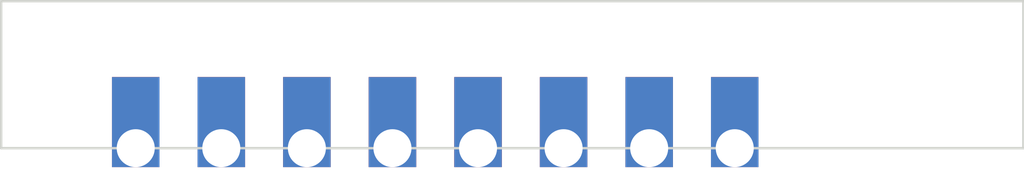
<source format=kicad_pcb>
(kicad_pcb (version 20211014) (generator pcbnew)
  (layers (0 "F.Cu" signal) (31 "B.Cu" signal) (34 "B.Paste" user) (35 "F.Paste" user) (36 "B.SilkS" user "B.Silkscreen") (37 "F.SilkS" user "F.Silkscreen") (38 "B.Mask" user) (39 "F.Mask" user) (44 "Edge.Cuts" user))
  (net 0 "")
  (footprint "libmodulo:SK8707-01-pads" (layer "F.Cu") (at 0 0)
    (fp_text reference "REF**")
    (fp_text value "SK8707-01-pads")
    (pad "1" thru_hole rect (at -7.92 0) (size 1 1.9) (drill 0.8 (offset 0 -0.55)) (layers *.Cu *.Mask))
    (pad "2" thru_hole rect (at -6.12 0) (size 1 1.9) (drill 0.8 (offset 0 -0.55)) (layers *.Cu *.Mask))
    (pad "3" thru_hole rect (at -4.32 0) (size 1 1.9) (drill 0.8 (offset 0 -0.55)) (layers *.Cu *.Mask))
    (pad "4" thru_hole rect (at -2.52 0) (size 1 1.9) (drill 0.8 (offset 0 -0.55)) (layers *.Cu *.Mask))
    (pad "5" thru_hole rect (at -0.72 0) (size 1 1.9) (drill 0.8 (offset 0 -0.55)) (layers *.Cu *.Mask))
    (pad "6" thru_hole rect (at 1.08 0) (size 1 1.9) (drill 0.8 (offset 0 -0.55)) (layers *.Cu *.Mask))
    (pad "7" thru_hole rect (at 2.88 0) (size 1 1.9) (drill 0.8 (offset 0 -0.55)) (layers *.Cu *.Mask))
    (pad "8" thru_hole rect (at 4.68 0) (size 1 1.9) (drill 0.8 (offset 0 -0.55)) (layers *.Cu *.Mask))
  )
  (gr_line (start -10.75 0) (end -10.75 -3.1) (layer "Edge.Cuts") (width 0.05))
  (gr_line (start 10.75 -3.1) (end -10.75 -3.1) (layer "Edge.Cuts") (width 0.05))
  (gr_line (start 10.75 0) (end 10.75 -3.1) (layer "Edge.Cuts") (width 0.05))
  (gr_line (start -10.75 0) (end 10.75 0) (layer "Edge.Cuts") (width 0.05))
)
</source>
